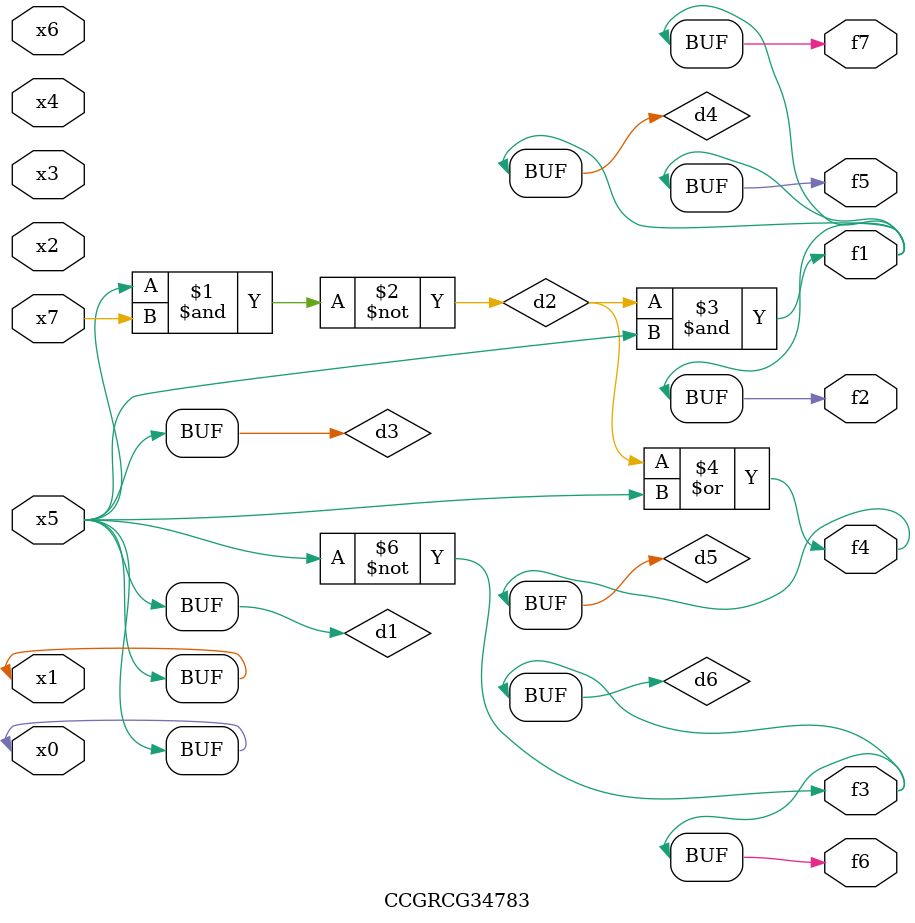
<source format=v>
module CCGRCG34783(
	input x0, x1, x2, x3, x4, x5, x6, x7,
	output f1, f2, f3, f4, f5, f6, f7
);

	wire d1, d2, d3, d4, d5, d6;

	buf (d1, x0, x5);
	nand (d2, x5, x7);
	buf (d3, x0, x1);
	and (d4, d2, d3);
	or (d5, d2, d3);
	nor (d6, d1, d3);
	assign f1 = d4;
	assign f2 = d4;
	assign f3 = d6;
	assign f4 = d5;
	assign f5 = d4;
	assign f6 = d6;
	assign f7 = d4;
endmodule

</source>
